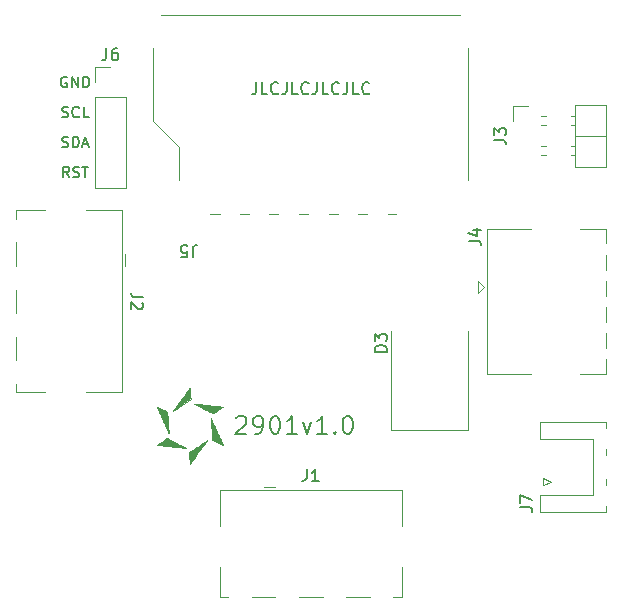
<source format=gbr>
G04 #@! TF.GenerationSoftware,KiCad,Pcbnew,(5.1.4-0-10_14)*
G04 #@! TF.CreationDate,2020-12-07T20:11:59-03:00*
G04 #@! TF.ProjectId,hub_usb_sd,6875625f-7573-4625-9f73-642e6b696361,1.0*
G04 #@! TF.SameCoordinates,Original*
G04 #@! TF.FileFunction,Legend,Top*
G04 #@! TF.FilePolarity,Positive*
%FSLAX46Y46*%
G04 Gerber Fmt 4.6, Leading zero omitted, Abs format (unit mm)*
G04 Created by KiCad (PCBNEW (5.1.4-0-10_14)) date 2020-12-07 20:11:59*
%MOMM*%
%LPD*%
G04 APERTURE LIST*
%ADD10C,0.150000*%
%ADD11C,0.010000*%
%ADD12C,0.120000*%
G04 APERTURE END LIST*
D10*
X123964571Y-79354285D02*
X124093142Y-79397142D01*
X124307428Y-79397142D01*
X124393142Y-79354285D01*
X124436000Y-79311428D01*
X124478857Y-79225714D01*
X124478857Y-79140000D01*
X124436000Y-79054285D01*
X124393142Y-79011428D01*
X124307428Y-78968571D01*
X124136000Y-78925714D01*
X124050285Y-78882857D01*
X124007428Y-78840000D01*
X123964571Y-78754285D01*
X123964571Y-78668571D01*
X124007428Y-78582857D01*
X124050285Y-78540000D01*
X124136000Y-78497142D01*
X124350285Y-78497142D01*
X124478857Y-78540000D01*
X125378857Y-79311428D02*
X125336000Y-79354285D01*
X125207428Y-79397142D01*
X125121714Y-79397142D01*
X124993142Y-79354285D01*
X124907428Y-79268571D01*
X124864571Y-79182857D01*
X124821714Y-79011428D01*
X124821714Y-78882857D01*
X124864571Y-78711428D01*
X124907428Y-78625714D01*
X124993142Y-78540000D01*
X125121714Y-78497142D01*
X125207428Y-78497142D01*
X125336000Y-78540000D01*
X125378857Y-78582857D01*
X126193142Y-79397142D02*
X125764571Y-79397142D01*
X125764571Y-78497142D01*
X123943142Y-81894285D02*
X124071714Y-81937142D01*
X124286000Y-81937142D01*
X124371714Y-81894285D01*
X124414571Y-81851428D01*
X124457428Y-81765714D01*
X124457428Y-81680000D01*
X124414571Y-81594285D01*
X124371714Y-81551428D01*
X124286000Y-81508571D01*
X124114571Y-81465714D01*
X124028857Y-81422857D01*
X123986000Y-81380000D01*
X123943142Y-81294285D01*
X123943142Y-81208571D01*
X123986000Y-81122857D01*
X124028857Y-81080000D01*
X124114571Y-81037142D01*
X124328857Y-81037142D01*
X124457428Y-81080000D01*
X124843142Y-81937142D02*
X124843142Y-81037142D01*
X125057428Y-81037142D01*
X125186000Y-81080000D01*
X125271714Y-81165714D01*
X125314571Y-81251428D01*
X125357428Y-81422857D01*
X125357428Y-81551428D01*
X125314571Y-81722857D01*
X125271714Y-81808571D01*
X125186000Y-81894285D01*
X125057428Y-81937142D01*
X124843142Y-81937142D01*
X125700285Y-81680000D02*
X126128857Y-81680000D01*
X125614571Y-81937142D02*
X125914571Y-81037142D01*
X126214571Y-81937142D01*
X124543142Y-84477142D02*
X124243142Y-84048571D01*
X124028857Y-84477142D02*
X124028857Y-83577142D01*
X124371714Y-83577142D01*
X124457428Y-83620000D01*
X124500285Y-83662857D01*
X124543142Y-83748571D01*
X124543142Y-83877142D01*
X124500285Y-83962857D01*
X124457428Y-84005714D01*
X124371714Y-84048571D01*
X124028857Y-84048571D01*
X124886000Y-84434285D02*
X125014571Y-84477142D01*
X125228857Y-84477142D01*
X125314571Y-84434285D01*
X125357428Y-84391428D01*
X125400285Y-84305714D01*
X125400285Y-84220000D01*
X125357428Y-84134285D01*
X125314571Y-84091428D01*
X125228857Y-84048571D01*
X125057428Y-84005714D01*
X124971714Y-83962857D01*
X124928857Y-83920000D01*
X124886000Y-83834285D01*
X124886000Y-83748571D01*
X124928857Y-83662857D01*
X124971714Y-83620000D01*
X125057428Y-83577142D01*
X125271714Y-83577142D01*
X125400285Y-83620000D01*
X125657428Y-83577142D02*
X126171714Y-83577142D01*
X125914571Y-84477142D02*
X125914571Y-83577142D01*
X124350285Y-76000000D02*
X124264571Y-75957142D01*
X124136000Y-75957142D01*
X124007428Y-76000000D01*
X123921714Y-76085714D01*
X123878857Y-76171428D01*
X123836000Y-76342857D01*
X123836000Y-76471428D01*
X123878857Y-76642857D01*
X123921714Y-76728571D01*
X124007428Y-76814285D01*
X124136000Y-76857142D01*
X124221714Y-76857142D01*
X124350285Y-76814285D01*
X124393142Y-76771428D01*
X124393142Y-76471428D01*
X124221714Y-76471428D01*
X124778857Y-76857142D02*
X124778857Y-75957142D01*
X125293142Y-76857142D01*
X125293142Y-75957142D01*
X125721714Y-76857142D02*
X125721714Y-75957142D01*
X125936000Y-75957142D01*
X126064571Y-76000000D01*
X126150285Y-76085714D01*
X126193142Y-76171428D01*
X126236000Y-76342857D01*
X126236000Y-76471428D01*
X126193142Y-76642857D01*
X126150285Y-76728571D01*
X126064571Y-76814285D01*
X125936000Y-76857142D01*
X125721714Y-76857142D01*
X140380952Y-76452380D02*
X140380952Y-77166666D01*
X140333333Y-77309523D01*
X140238095Y-77404761D01*
X140095238Y-77452380D01*
X140000000Y-77452380D01*
X141333333Y-77452380D02*
X140857142Y-77452380D01*
X140857142Y-76452380D01*
X142238095Y-77357142D02*
X142190476Y-77404761D01*
X142047619Y-77452380D01*
X141952380Y-77452380D01*
X141809523Y-77404761D01*
X141714285Y-77309523D01*
X141666666Y-77214285D01*
X141619047Y-77023809D01*
X141619047Y-76880952D01*
X141666666Y-76690476D01*
X141714285Y-76595238D01*
X141809523Y-76500000D01*
X141952380Y-76452380D01*
X142047619Y-76452380D01*
X142190476Y-76500000D01*
X142238095Y-76547619D01*
X142952380Y-76452380D02*
X142952380Y-77166666D01*
X142904761Y-77309523D01*
X142809523Y-77404761D01*
X142666666Y-77452380D01*
X142571428Y-77452380D01*
X143904761Y-77452380D02*
X143428571Y-77452380D01*
X143428571Y-76452380D01*
X144809523Y-77357142D02*
X144761904Y-77404761D01*
X144619047Y-77452380D01*
X144523809Y-77452380D01*
X144380952Y-77404761D01*
X144285714Y-77309523D01*
X144238095Y-77214285D01*
X144190476Y-77023809D01*
X144190476Y-76880952D01*
X144238095Y-76690476D01*
X144285714Y-76595238D01*
X144380952Y-76500000D01*
X144523809Y-76452380D01*
X144619047Y-76452380D01*
X144761904Y-76500000D01*
X144809523Y-76547619D01*
X145523809Y-76452380D02*
X145523809Y-77166666D01*
X145476190Y-77309523D01*
X145380952Y-77404761D01*
X145238095Y-77452380D01*
X145142857Y-77452380D01*
X146476190Y-77452380D02*
X146000000Y-77452380D01*
X146000000Y-76452380D01*
X147380952Y-77357142D02*
X147333333Y-77404761D01*
X147190476Y-77452380D01*
X147095238Y-77452380D01*
X146952380Y-77404761D01*
X146857142Y-77309523D01*
X146809523Y-77214285D01*
X146761904Y-77023809D01*
X146761904Y-76880952D01*
X146809523Y-76690476D01*
X146857142Y-76595238D01*
X146952380Y-76500000D01*
X147095238Y-76452380D01*
X147190476Y-76452380D01*
X147333333Y-76500000D01*
X147380952Y-76547619D01*
X148095238Y-76452380D02*
X148095238Y-77166666D01*
X148047619Y-77309523D01*
X147952380Y-77404761D01*
X147809523Y-77452380D01*
X147714285Y-77452380D01*
X149047619Y-77452380D02*
X148571428Y-77452380D01*
X148571428Y-76452380D01*
X149952380Y-77357142D02*
X149904761Y-77404761D01*
X149761904Y-77452380D01*
X149666666Y-77452380D01*
X149523809Y-77404761D01*
X149428571Y-77309523D01*
X149380952Y-77214285D01*
X149333333Y-77023809D01*
X149333333Y-76880952D01*
X149380952Y-76690476D01*
X149428571Y-76595238D01*
X149523809Y-76500000D01*
X149666666Y-76452380D01*
X149761904Y-76452380D01*
X149904761Y-76500000D01*
X149952380Y-76547619D01*
D11*
G36*
X134763648Y-102312385D02*
G01*
X134764582Y-102333265D01*
X134764584Y-102336315D01*
X134765273Y-102355425D01*
X134767220Y-102392795D01*
X134770239Y-102445565D01*
X134774146Y-102510878D01*
X134778758Y-102585875D01*
X134783890Y-102667698D01*
X134789358Y-102753488D01*
X134794977Y-102840387D01*
X134800564Y-102925537D01*
X134805935Y-103006080D01*
X134810905Y-103079156D01*
X134815290Y-103141909D01*
X134818907Y-103191478D01*
X134821570Y-103225006D01*
X134822453Y-103234536D01*
X134828076Y-103289281D01*
X134066080Y-103798480D01*
X133952001Y-103874653D01*
X133843096Y-103947257D01*
X133740627Y-104015455D01*
X133645861Y-104078412D01*
X133560061Y-104135291D01*
X133484493Y-104185255D01*
X133420420Y-104227468D01*
X133369108Y-104261094D01*
X133331822Y-104285296D01*
X133309825Y-104299238D01*
X133304084Y-104302431D01*
X133310169Y-104293226D01*
X133327792Y-104268234D01*
X133356003Y-104228760D01*
X133393855Y-104176106D01*
X133440396Y-104111578D01*
X133494679Y-104036480D01*
X133555754Y-103952116D01*
X133622673Y-103859790D01*
X133694485Y-103760806D01*
X133770243Y-103656468D01*
X133848996Y-103548081D01*
X133929796Y-103436949D01*
X134011694Y-103324376D01*
X134093740Y-103211665D01*
X134174986Y-103100122D01*
X134254482Y-102991051D01*
X134331279Y-102885755D01*
X134404429Y-102785538D01*
X134472981Y-102691706D01*
X134535988Y-102605562D01*
X134592499Y-102528409D01*
X134641566Y-102461554D01*
X134682240Y-102406299D01*
X134713572Y-102363948D01*
X134734612Y-102335807D01*
X134744411Y-102323179D01*
X134744720Y-102322836D01*
X134758320Y-102309786D01*
X134763648Y-102312385D01*
X134763648Y-102312385D01*
G37*
X134763648Y-102312385D02*
X134764582Y-102333265D01*
X134764584Y-102336315D01*
X134765273Y-102355425D01*
X134767220Y-102392795D01*
X134770239Y-102445565D01*
X134774146Y-102510878D01*
X134778758Y-102585875D01*
X134783890Y-102667698D01*
X134789358Y-102753488D01*
X134794977Y-102840387D01*
X134800564Y-102925537D01*
X134805935Y-103006080D01*
X134810905Y-103079156D01*
X134815290Y-103141909D01*
X134818907Y-103191478D01*
X134821570Y-103225006D01*
X134822453Y-103234536D01*
X134828076Y-103289281D01*
X134066080Y-103798480D01*
X133952001Y-103874653D01*
X133843096Y-103947257D01*
X133740627Y-104015455D01*
X133645861Y-104078412D01*
X133560061Y-104135291D01*
X133484493Y-104185255D01*
X133420420Y-104227468D01*
X133369108Y-104261094D01*
X133331822Y-104285296D01*
X133309825Y-104299238D01*
X133304084Y-104302431D01*
X133310169Y-104293226D01*
X133327792Y-104268234D01*
X133356003Y-104228760D01*
X133393855Y-104176106D01*
X133440396Y-104111578D01*
X133494679Y-104036480D01*
X133555754Y-103952116D01*
X133622673Y-103859790D01*
X133694485Y-103760806D01*
X133770243Y-103656468D01*
X133848996Y-103548081D01*
X133929796Y-103436949D01*
X134011694Y-103324376D01*
X134093740Y-103211665D01*
X134174986Y-103100122D01*
X134254482Y-102991051D01*
X134331279Y-102885755D01*
X134404429Y-102785538D01*
X134472981Y-102691706D01*
X134535988Y-102605562D01*
X134592499Y-102528409D01*
X134641566Y-102461554D01*
X134682240Y-102406299D01*
X134713572Y-102363948D01*
X134734612Y-102335807D01*
X134744411Y-102323179D01*
X134744720Y-102322836D01*
X134758320Y-102309786D01*
X134763648Y-102312385D01*
G36*
X135124159Y-103658367D02*
G01*
X135127472Y-103658693D01*
X135422027Y-103689877D01*
X135695863Y-103718893D01*
X135949312Y-103745777D01*
X136182706Y-103770564D01*
X136396377Y-103793290D01*
X136590657Y-103813990D01*
X136765880Y-103832701D01*
X136922376Y-103849458D01*
X137060479Y-103864296D01*
X137180520Y-103877251D01*
X137282831Y-103888359D01*
X137367746Y-103897656D01*
X137435596Y-103905177D01*
X137486713Y-103910958D01*
X137521429Y-103915034D01*
X137540078Y-103917442D01*
X137543741Y-103918130D01*
X137536240Y-103924704D01*
X137513164Y-103941510D01*
X137476616Y-103967142D01*
X137428699Y-104000190D01*
X137371516Y-104039246D01*
X137307169Y-104082901D01*
X137237761Y-104129748D01*
X137165396Y-104178378D01*
X137092176Y-104227382D01*
X137020203Y-104275352D01*
X136951581Y-104320880D01*
X136888413Y-104362557D01*
X136832801Y-104398975D01*
X136786848Y-104428725D01*
X136752657Y-104450400D01*
X136732331Y-104462589D01*
X136727586Y-104464765D01*
X136716736Y-104460042D01*
X136688319Y-104446608D01*
X136643737Y-104425147D01*
X136584389Y-104396345D01*
X136511676Y-104360886D01*
X136426999Y-104319455D01*
X136331757Y-104272738D01*
X136227352Y-104221419D01*
X136115184Y-104166183D01*
X135996654Y-104107715D01*
X135910674Y-104065244D01*
X135788617Y-104004883D01*
X135672049Y-103947167D01*
X135562361Y-103892788D01*
X135460945Y-103842438D01*
X135369189Y-103796812D01*
X135288485Y-103756600D01*
X135220223Y-103722497D01*
X135165794Y-103695193D01*
X135126589Y-103675383D01*
X135103998Y-103663759D01*
X135098812Y-103660861D01*
X135104124Y-103657924D01*
X135124159Y-103658367D01*
X135124159Y-103658367D01*
G37*
X135124159Y-103658367D02*
X135127472Y-103658693D01*
X135422027Y-103689877D01*
X135695863Y-103718893D01*
X135949312Y-103745777D01*
X136182706Y-103770564D01*
X136396377Y-103793290D01*
X136590657Y-103813990D01*
X136765880Y-103832701D01*
X136922376Y-103849458D01*
X137060479Y-103864296D01*
X137180520Y-103877251D01*
X137282831Y-103888359D01*
X137367746Y-103897656D01*
X137435596Y-103905177D01*
X137486713Y-103910958D01*
X137521429Y-103915034D01*
X137540078Y-103917442D01*
X137543741Y-103918130D01*
X137536240Y-103924704D01*
X137513164Y-103941510D01*
X137476616Y-103967142D01*
X137428699Y-104000190D01*
X137371516Y-104039246D01*
X137307169Y-104082901D01*
X137237761Y-104129748D01*
X137165396Y-104178378D01*
X137092176Y-104227382D01*
X137020203Y-104275352D01*
X136951581Y-104320880D01*
X136888413Y-104362557D01*
X136832801Y-104398975D01*
X136786848Y-104428725D01*
X136752657Y-104450400D01*
X136732331Y-104462589D01*
X136727586Y-104464765D01*
X136716736Y-104460042D01*
X136688319Y-104446608D01*
X136643737Y-104425147D01*
X136584389Y-104396345D01*
X136511676Y-104360886D01*
X136426999Y-104319455D01*
X136331757Y-104272738D01*
X136227352Y-104221419D01*
X136115184Y-104166183D01*
X135996654Y-104107715D01*
X135910674Y-104065244D01*
X135788617Y-104004883D01*
X135672049Y-103947167D01*
X135562361Y-103892788D01*
X135460945Y-103842438D01*
X135369189Y-103796812D01*
X135288485Y-103756600D01*
X135220223Y-103722497D01*
X135165794Y-103695193D01*
X135126589Y-103675383D01*
X135103998Y-103663759D01*
X135098812Y-103660861D01*
X135104124Y-103657924D01*
X135124159Y-103658367D01*
G36*
X131982539Y-103929054D02*
G01*
X132008799Y-103940684D01*
X132049458Y-103959466D01*
X132102225Y-103984287D01*
X132164811Y-104014037D01*
X132234927Y-104047605D01*
X132310281Y-104083880D01*
X132388585Y-104121749D01*
X132467549Y-104160103D01*
X132544882Y-104197830D01*
X132618296Y-104233818D01*
X132685500Y-104266958D01*
X132744205Y-104296136D01*
X132792120Y-104320243D01*
X132826957Y-104338166D01*
X132846424Y-104348795D01*
X132849772Y-104351184D01*
X132850856Y-104363216D01*
X132853178Y-104394371D01*
X132856613Y-104442788D01*
X132861040Y-104506602D01*
X132866334Y-104583951D01*
X132872372Y-104672970D01*
X132879032Y-104771796D01*
X132886190Y-104878565D01*
X132893723Y-104991416D01*
X132901508Y-105108483D01*
X132909421Y-105227904D01*
X132917340Y-105347815D01*
X132925142Y-105466352D01*
X132932703Y-105581654D01*
X132939900Y-105691855D01*
X132946610Y-105795092D01*
X132952710Y-105889503D01*
X132958077Y-105973223D01*
X132962587Y-106044390D01*
X132966118Y-106101140D01*
X132968546Y-106141609D01*
X132969748Y-106163934D01*
X132969831Y-106167844D01*
X132963541Y-106162853D01*
X132956292Y-106151141D01*
X132948794Y-106135484D01*
X132933646Y-106102405D01*
X132911499Y-106053383D01*
X132883008Y-105989897D01*
X132848826Y-105913425D01*
X132809605Y-105825445D01*
X132766000Y-105727435D01*
X132718662Y-105620874D01*
X132668246Y-105507240D01*
X132615405Y-105388012D01*
X132560791Y-105264666D01*
X132505058Y-105138683D01*
X132448859Y-105011540D01*
X132392848Y-104884716D01*
X132337677Y-104759688D01*
X132283999Y-104637935D01*
X132232469Y-104520936D01*
X132183738Y-104410168D01*
X132138461Y-104307110D01*
X132097290Y-104213240D01*
X132060879Y-104130037D01*
X132029880Y-104058979D01*
X132004948Y-104001543D01*
X131986734Y-103959209D01*
X131975893Y-103933455D01*
X131972967Y-103925686D01*
X131982539Y-103929054D01*
X131982539Y-103929054D01*
G37*
X131982539Y-103929054D02*
X132008799Y-103940684D01*
X132049458Y-103959466D01*
X132102225Y-103984287D01*
X132164811Y-104014037D01*
X132234927Y-104047605D01*
X132310281Y-104083880D01*
X132388585Y-104121749D01*
X132467549Y-104160103D01*
X132544882Y-104197830D01*
X132618296Y-104233818D01*
X132685500Y-104266958D01*
X132744205Y-104296136D01*
X132792120Y-104320243D01*
X132826957Y-104338166D01*
X132846424Y-104348795D01*
X132849772Y-104351184D01*
X132850856Y-104363216D01*
X132853178Y-104394371D01*
X132856613Y-104442788D01*
X132861040Y-104506602D01*
X132866334Y-104583951D01*
X132872372Y-104672970D01*
X132879032Y-104771796D01*
X132886190Y-104878565D01*
X132893723Y-104991416D01*
X132901508Y-105108483D01*
X132909421Y-105227904D01*
X132917340Y-105347815D01*
X132925142Y-105466352D01*
X132932703Y-105581654D01*
X132939900Y-105691855D01*
X132946610Y-105795092D01*
X132952710Y-105889503D01*
X132958077Y-105973223D01*
X132962587Y-106044390D01*
X132966118Y-106101140D01*
X132968546Y-106141609D01*
X132969748Y-106163934D01*
X132969831Y-106167844D01*
X132963541Y-106162853D01*
X132956292Y-106151141D01*
X132948794Y-106135484D01*
X132933646Y-106102405D01*
X132911499Y-106053383D01*
X132883008Y-105989897D01*
X132848826Y-105913425D01*
X132809605Y-105825445D01*
X132766000Y-105727435D01*
X132718662Y-105620874D01*
X132668246Y-105507240D01*
X132615405Y-105388012D01*
X132560791Y-105264666D01*
X132505058Y-105138683D01*
X132448859Y-105011540D01*
X132392848Y-104884716D01*
X132337677Y-104759688D01*
X132283999Y-104637935D01*
X132232469Y-104520936D01*
X132183738Y-104410168D01*
X132138461Y-104307110D01*
X132097290Y-104213240D01*
X132060879Y-104130037D01*
X132029880Y-104058979D01*
X132004948Y-104001543D01*
X131986734Y-103959209D01*
X131975893Y-103933455D01*
X131972967Y-103925686D01*
X131982539Y-103929054D01*
G36*
X136539985Y-104901715D02*
G01*
X136552739Y-104928478D01*
X136572868Y-104971616D01*
X136599710Y-105029668D01*
X136632602Y-105101175D01*
X136670881Y-105184674D01*
X136713885Y-105278706D01*
X136760951Y-105381810D01*
X136811418Y-105492526D01*
X136864622Y-105609393D01*
X136919900Y-105730950D01*
X136976592Y-105855737D01*
X137034033Y-105982293D01*
X137091561Y-106109158D01*
X137148514Y-106234871D01*
X137204230Y-106357972D01*
X137258045Y-106477000D01*
X137309298Y-106590494D01*
X137357326Y-106696995D01*
X137401465Y-106795040D01*
X137441055Y-106883171D01*
X137475432Y-106959926D01*
X137503933Y-107023844D01*
X137525897Y-107073466D01*
X137540660Y-107107330D01*
X137547561Y-107123976D01*
X137548000Y-107125426D01*
X137540429Y-107131881D01*
X137540063Y-107131851D01*
X137529203Y-107127190D01*
X137501253Y-107114168D01*
X137458143Y-107093711D01*
X137401804Y-107066746D01*
X137334165Y-107034199D01*
X137257158Y-106996995D01*
X137172713Y-106956062D01*
X137097839Y-106919666D01*
X136663552Y-106708298D01*
X136597340Y-105802612D01*
X136587422Y-105666255D01*
X136578049Y-105536032D01*
X136569325Y-105413476D01*
X136561354Y-105300124D01*
X136554243Y-105197510D01*
X136548094Y-105107167D01*
X136543014Y-105030632D01*
X136539107Y-104969439D01*
X136536477Y-104925122D01*
X136535229Y-104899217D01*
X136535269Y-104892787D01*
X136539985Y-104901715D01*
X136539985Y-104901715D01*
G37*
X136539985Y-104901715D02*
X136552739Y-104928478D01*
X136572868Y-104971616D01*
X136599710Y-105029668D01*
X136632602Y-105101175D01*
X136670881Y-105184674D01*
X136713885Y-105278706D01*
X136760951Y-105381810D01*
X136811418Y-105492526D01*
X136864622Y-105609393D01*
X136919900Y-105730950D01*
X136976592Y-105855737D01*
X137034033Y-105982293D01*
X137091561Y-106109158D01*
X137148514Y-106234871D01*
X137204230Y-106357972D01*
X137258045Y-106477000D01*
X137309298Y-106590494D01*
X137357326Y-106696995D01*
X137401465Y-106795040D01*
X137441055Y-106883171D01*
X137475432Y-106959926D01*
X137503933Y-107023844D01*
X137525897Y-107073466D01*
X137540660Y-107107330D01*
X137547561Y-107123976D01*
X137548000Y-107125426D01*
X137540429Y-107131881D01*
X137540063Y-107131851D01*
X137529203Y-107127190D01*
X137501253Y-107114168D01*
X137458143Y-107093711D01*
X137401804Y-107066746D01*
X137334165Y-107034199D01*
X137257158Y-106996995D01*
X137172713Y-106956062D01*
X137097839Y-106919666D01*
X136663552Y-106708298D01*
X136597340Y-105802612D01*
X136587422Y-105666255D01*
X136578049Y-105536032D01*
X136569325Y-105413476D01*
X136561354Y-105300124D01*
X136554243Y-105197510D01*
X136548094Y-105107167D01*
X136543014Y-105030632D01*
X136539107Y-104969439D01*
X136536477Y-104925122D01*
X136535229Y-104899217D01*
X136535269Y-104892787D01*
X136539985Y-104901715D01*
G36*
X133597556Y-106989596D02*
G01*
X133745602Y-107062478D01*
X133875696Y-107126586D01*
X133988896Y-107182458D01*
X134086258Y-107230628D01*
X134168841Y-107271633D01*
X134237701Y-107306009D01*
X134293897Y-107334292D01*
X134338485Y-107357018D01*
X134372523Y-107374724D01*
X134397069Y-107387944D01*
X134413181Y-107397215D01*
X134421914Y-107403074D01*
X134424328Y-107406056D01*
X134421479Y-107406697D01*
X134420096Y-107406558D01*
X134408460Y-107405285D01*
X134377108Y-107401900D01*
X134327371Y-107396545D01*
X134260578Y-107389364D01*
X134178059Y-107380499D01*
X134081146Y-107370092D01*
X133971168Y-107358288D01*
X133849455Y-107345227D01*
X133717338Y-107331055D01*
X133576147Y-107315912D01*
X133427212Y-107299942D01*
X133271863Y-107283288D01*
X133203250Y-107275933D01*
X133045416Y-107258986D01*
X132893338Y-107242597D01*
X132748356Y-107226916D01*
X132611808Y-107212088D01*
X132485031Y-107198262D01*
X132369366Y-107185584D01*
X132266149Y-107174202D01*
X132176719Y-107164263D01*
X132102416Y-107155915D01*
X132044577Y-107149304D01*
X132004540Y-107144579D01*
X131983645Y-107141886D01*
X131980890Y-107141394D01*
X131985934Y-107134564D01*
X132007478Y-107117074D01*
X132044274Y-107089804D01*
X132095077Y-107053633D01*
X132158641Y-107009441D01*
X132233721Y-106958108D01*
X132319071Y-106900513D01*
X132375196Y-106862980D01*
X132785070Y-106589755D01*
X133597556Y-106989596D01*
X133597556Y-106989596D01*
G37*
X133597556Y-106989596D02*
X133745602Y-107062478D01*
X133875696Y-107126586D01*
X133988896Y-107182458D01*
X134086258Y-107230628D01*
X134168841Y-107271633D01*
X134237701Y-107306009D01*
X134293897Y-107334292D01*
X134338485Y-107357018D01*
X134372523Y-107374724D01*
X134397069Y-107387944D01*
X134413181Y-107397215D01*
X134421914Y-107403074D01*
X134424328Y-107406056D01*
X134421479Y-107406697D01*
X134420096Y-107406558D01*
X134408460Y-107405285D01*
X134377108Y-107401900D01*
X134327371Y-107396545D01*
X134260578Y-107389364D01*
X134178059Y-107380499D01*
X134081146Y-107370092D01*
X133971168Y-107358288D01*
X133849455Y-107345227D01*
X133717338Y-107331055D01*
X133576147Y-107315912D01*
X133427212Y-107299942D01*
X133271863Y-107283288D01*
X133203250Y-107275933D01*
X133045416Y-107258986D01*
X132893338Y-107242597D01*
X132748356Y-107226916D01*
X132611808Y-107212088D01*
X132485031Y-107198262D01*
X132369366Y-107185584D01*
X132266149Y-107174202D01*
X132176719Y-107164263D01*
X132102416Y-107155915D01*
X132044577Y-107149304D01*
X132004540Y-107144579D01*
X131983645Y-107141886D01*
X131980890Y-107141394D01*
X131985934Y-107134564D01*
X132007478Y-107117074D01*
X132044274Y-107089804D01*
X132095077Y-107053633D01*
X132158641Y-107009441D01*
X132233721Y-106958108D01*
X132319071Y-106900513D01*
X132375196Y-106862980D01*
X132785070Y-106589755D01*
X133597556Y-106989596D01*
G36*
X136208630Y-106763187D02*
G01*
X136200519Y-106774812D01*
X136180957Y-106802124D01*
X136150904Y-106843805D01*
X136111318Y-106898540D01*
X136063156Y-106965013D01*
X136007378Y-107041907D01*
X135944942Y-107127905D01*
X135876806Y-107221692D01*
X135803930Y-107321950D01*
X135727271Y-107427365D01*
X135647788Y-107536618D01*
X135566440Y-107648395D01*
X135484184Y-107761379D01*
X135401980Y-107874252D01*
X135320786Y-107985700D01*
X135241560Y-108094406D01*
X135165262Y-108199052D01*
X135092848Y-108298324D01*
X135025279Y-108390905D01*
X134963511Y-108475477D01*
X134908505Y-108550726D01*
X134861218Y-108615335D01*
X134822609Y-108667987D01*
X134793636Y-108707366D01*
X134775258Y-108732155D01*
X134768521Y-108740956D01*
X134756815Y-108749041D01*
X134754000Y-108744486D01*
X134753313Y-108731748D01*
X134751348Y-108700071D01*
X134748246Y-108651637D01*
X134744149Y-108588624D01*
X134739201Y-108513215D01*
X134733543Y-108427589D01*
X134727318Y-108333927D01*
X134722250Y-108258034D01*
X134715693Y-108159888D01*
X134709594Y-108068274D01*
X134704093Y-107985344D01*
X134699333Y-107913253D01*
X134695455Y-107854153D01*
X134692602Y-107810198D01*
X134690915Y-107783539D01*
X134690500Y-107776146D01*
X134699035Y-107769662D01*
X134723610Y-107752440D01*
X134762676Y-107725523D01*
X134814686Y-107689954D01*
X134878095Y-107646775D01*
X134951354Y-107597029D01*
X135032916Y-107541757D01*
X135121234Y-107482003D01*
X135214762Y-107418808D01*
X135311951Y-107353215D01*
X135411255Y-107286267D01*
X135511127Y-107219005D01*
X135610020Y-107152473D01*
X135706385Y-107087712D01*
X135798678Y-107025765D01*
X135885349Y-106967674D01*
X135964852Y-106914482D01*
X136035641Y-106867231D01*
X136096167Y-106826963D01*
X136144884Y-106794722D01*
X136180244Y-106771548D01*
X136200701Y-106758486D01*
X136202906Y-106757155D01*
X136212573Y-106753841D01*
X136208630Y-106763187D01*
X136208630Y-106763187D01*
G37*
X136208630Y-106763187D02*
X136200519Y-106774812D01*
X136180957Y-106802124D01*
X136150904Y-106843805D01*
X136111318Y-106898540D01*
X136063156Y-106965013D01*
X136007378Y-107041907D01*
X135944942Y-107127905D01*
X135876806Y-107221692D01*
X135803930Y-107321950D01*
X135727271Y-107427365D01*
X135647788Y-107536618D01*
X135566440Y-107648395D01*
X135484184Y-107761379D01*
X135401980Y-107874252D01*
X135320786Y-107985700D01*
X135241560Y-108094406D01*
X135165262Y-108199052D01*
X135092848Y-108298324D01*
X135025279Y-108390905D01*
X134963511Y-108475477D01*
X134908505Y-108550726D01*
X134861218Y-108615335D01*
X134822609Y-108667987D01*
X134793636Y-108707366D01*
X134775258Y-108732155D01*
X134768521Y-108740956D01*
X134756815Y-108749041D01*
X134754000Y-108744486D01*
X134753313Y-108731748D01*
X134751348Y-108700071D01*
X134748246Y-108651637D01*
X134744149Y-108588624D01*
X134739201Y-108513215D01*
X134733543Y-108427589D01*
X134727318Y-108333927D01*
X134722250Y-108258034D01*
X134715693Y-108159888D01*
X134709594Y-108068274D01*
X134704093Y-107985344D01*
X134699333Y-107913253D01*
X134695455Y-107854153D01*
X134692602Y-107810198D01*
X134690915Y-107783539D01*
X134690500Y-107776146D01*
X134699035Y-107769662D01*
X134723610Y-107752440D01*
X134762676Y-107725523D01*
X134814686Y-107689954D01*
X134878095Y-107646775D01*
X134951354Y-107597029D01*
X135032916Y-107541757D01*
X135121234Y-107482003D01*
X135214762Y-107418808D01*
X135311951Y-107353215D01*
X135411255Y-107286267D01*
X135511127Y-107219005D01*
X135610020Y-107152473D01*
X135706385Y-107087712D01*
X135798678Y-107025765D01*
X135885349Y-106967674D01*
X135964852Y-106914482D01*
X136035641Y-106867231D01*
X136096167Y-106826963D01*
X136144884Y-106794722D01*
X136180244Y-106771548D01*
X136200701Y-106758486D01*
X136202906Y-106757155D01*
X136212573Y-106753841D01*
X136208630Y-106763187D01*
D12*
X152200000Y-87561000D02*
X151500000Y-87561000D01*
X149800000Y-87561000D02*
X149000000Y-87561000D01*
X147300000Y-87561000D02*
X146500000Y-87561000D01*
X144800000Y-87561000D02*
X144000000Y-87561000D01*
X142200000Y-87561000D02*
X141500000Y-87561000D01*
X139800000Y-87561000D02*
X139000000Y-87561000D01*
X137300000Y-87561000D02*
X136500000Y-87561000D01*
X132350000Y-70761000D02*
X157650000Y-70761000D01*
X158350000Y-84750000D02*
X158350000Y-73572100D01*
X131650000Y-79761000D02*
X131650000Y-73572100D01*
X133850000Y-81961000D02*
X131650000Y-79761000D01*
X133850000Y-84750000D02*
X133850000Y-81961000D01*
X170000000Y-99910000D02*
X170000000Y-101160000D01*
X170000000Y-97696000D02*
X170000000Y-98946000D01*
X170000000Y-95482000D02*
X170000000Y-96732000D01*
X170000000Y-93268000D02*
X170000000Y-94518000D01*
X170000000Y-91054000D02*
X170000000Y-92304000D01*
X163670000Y-88840000D02*
X159890000Y-88840000D01*
X159890000Y-88840000D02*
X159890000Y-101160000D01*
X159890000Y-101160000D02*
X163670000Y-101160000D01*
X167770000Y-88840000D02*
X170000000Y-88840000D01*
X170000000Y-101160000D02*
X167770000Y-101160000D01*
X159670000Y-93750000D02*
X159170000Y-93250000D01*
X159170000Y-93250000D02*
X159170000Y-94250000D01*
X159170000Y-94250000D02*
X159670000Y-93750000D01*
X170000000Y-88840000D02*
X170000000Y-90090000D01*
X151828000Y-105877000D02*
X151828000Y-97477000D01*
X158328000Y-105877000D02*
X158328000Y-97477000D01*
X158328000Y-105877000D02*
X151828000Y-105877000D01*
X129250000Y-91000000D02*
X129250000Y-92000000D01*
X122500000Y-87300000D02*
X120000000Y-87300000D01*
X129000000Y-87300000D02*
X126000000Y-87300000D01*
X129000000Y-102700000D02*
X129000000Y-87300000D01*
X126000000Y-102700000D02*
X129000000Y-102700000D01*
X120000000Y-102700000D02*
X122500000Y-102700000D01*
X120000000Y-87300000D02*
X120000000Y-88000000D01*
X120000000Y-102000000D02*
X120000000Y-102700000D01*
X120000000Y-90000000D02*
X120000000Y-92000000D01*
X120000000Y-94000000D02*
X120000000Y-96000000D01*
X120000000Y-98000000D02*
X120000000Y-100000000D01*
X164700000Y-109960000D02*
X165300000Y-110260000D01*
X164700000Y-110560000D02*
X164700000Y-109960000D01*
X165300000Y-110260000D02*
X164700000Y-110560000D01*
X170000000Y-107510000D02*
X170000000Y-108010000D01*
X170000000Y-105700000D02*
X170000000Y-105200000D01*
X170000000Y-110010000D02*
X170000000Y-110510000D01*
X170000000Y-112820000D02*
X170000000Y-112320000D01*
X168890000Y-106620000D02*
X168890000Y-109010000D01*
X164390000Y-106620000D02*
X168890000Y-106620000D01*
X164390000Y-105200000D02*
X164390000Y-106620000D01*
X170000000Y-105200000D02*
X164390000Y-105200000D01*
X168890000Y-111400000D02*
X168890000Y-109010000D01*
X164390000Y-111400000D02*
X168890000Y-111400000D01*
X164390000Y-112820000D02*
X164390000Y-111400000D01*
X170000000Y-112820000D02*
X164390000Y-112820000D01*
X126706000Y-85400000D02*
X129366000Y-85400000D01*
X126706000Y-77720000D02*
X126706000Y-85400000D01*
X129366000Y-77720000D02*
X129366000Y-85400000D01*
X126706000Y-77720000D02*
X129366000Y-77720000D01*
X126706000Y-76450000D02*
X126706000Y-75120000D01*
X126706000Y-75120000D02*
X128036000Y-75120000D01*
X141000000Y-110750000D02*
X142000000Y-110750000D01*
X137300000Y-117500000D02*
X137300000Y-120000000D01*
X137300000Y-111000000D02*
X137300000Y-114000000D01*
X152700000Y-111000000D02*
X137300000Y-111000000D01*
X152700000Y-114000000D02*
X152700000Y-111000000D01*
X152700000Y-120000000D02*
X152700000Y-117500000D01*
X137300000Y-120000000D02*
X138000000Y-120000000D01*
X152000000Y-120000000D02*
X152700000Y-120000000D01*
X140000000Y-120000000D02*
X142000000Y-120000000D01*
X144000000Y-120000000D02*
X146000000Y-120000000D01*
X148000000Y-120000000D02*
X150000000Y-120000000D01*
X167400000Y-78390000D02*
X167400000Y-83590000D01*
X167400000Y-83590000D02*
X170000000Y-83590000D01*
X170000000Y-83590000D02*
X170000000Y-78390000D01*
X170000000Y-78390000D02*
X167400000Y-78390000D01*
X167002929Y-79340000D02*
X167400000Y-79340000D01*
X167002929Y-80100000D02*
X167400000Y-80100000D01*
X164530000Y-79340000D02*
X164917071Y-79340000D01*
X164530000Y-80100000D02*
X164917071Y-80100000D01*
X167400000Y-80990000D02*
X170000000Y-80990000D01*
X167002929Y-81880000D02*
X167400000Y-81880000D01*
X167002929Y-82640000D02*
X167400000Y-82640000D01*
X164462929Y-81880000D02*
X164917071Y-81880000D01*
X164462929Y-82640000D02*
X164917071Y-82640000D01*
X162150000Y-79720000D02*
X162150000Y-78450000D01*
X162150000Y-78450000D02*
X163420000Y-78450000D01*
D10*
X138693214Y-104845428D02*
X138764642Y-104774000D01*
X138907500Y-104702571D01*
X139264642Y-104702571D01*
X139407500Y-104774000D01*
X139478928Y-104845428D01*
X139550357Y-104988285D01*
X139550357Y-105131142D01*
X139478928Y-105345428D01*
X138621785Y-106202571D01*
X139550357Y-106202571D01*
X140264642Y-106202571D02*
X140550357Y-106202571D01*
X140693214Y-106131142D01*
X140764642Y-106059714D01*
X140907500Y-105845428D01*
X140978928Y-105559714D01*
X140978928Y-104988285D01*
X140907500Y-104845428D01*
X140836071Y-104774000D01*
X140693214Y-104702571D01*
X140407500Y-104702571D01*
X140264642Y-104774000D01*
X140193214Y-104845428D01*
X140121785Y-104988285D01*
X140121785Y-105345428D01*
X140193214Y-105488285D01*
X140264642Y-105559714D01*
X140407500Y-105631142D01*
X140693214Y-105631142D01*
X140836071Y-105559714D01*
X140907500Y-105488285D01*
X140978928Y-105345428D01*
X141907500Y-104702571D02*
X142050357Y-104702571D01*
X142193214Y-104774000D01*
X142264642Y-104845428D01*
X142336071Y-104988285D01*
X142407500Y-105274000D01*
X142407500Y-105631142D01*
X142336071Y-105916857D01*
X142264642Y-106059714D01*
X142193214Y-106131142D01*
X142050357Y-106202571D01*
X141907500Y-106202571D01*
X141764642Y-106131142D01*
X141693214Y-106059714D01*
X141621785Y-105916857D01*
X141550357Y-105631142D01*
X141550357Y-105274000D01*
X141621785Y-104988285D01*
X141693214Y-104845428D01*
X141764642Y-104774000D01*
X141907500Y-104702571D01*
X143836071Y-106202571D02*
X142978928Y-106202571D01*
X143407500Y-106202571D02*
X143407500Y-104702571D01*
X143264642Y-104916857D01*
X143121785Y-105059714D01*
X142978928Y-105131142D01*
X144336071Y-105202571D02*
X144693214Y-106202571D01*
X145050357Y-105202571D01*
X146407500Y-106202571D02*
X145550357Y-106202571D01*
X145978928Y-106202571D02*
X145978928Y-104702571D01*
X145836071Y-104916857D01*
X145693214Y-105059714D01*
X145550357Y-105131142D01*
X147050357Y-106059714D02*
X147121785Y-106131142D01*
X147050357Y-106202571D01*
X146978928Y-106131142D01*
X147050357Y-106059714D01*
X147050357Y-106202571D01*
X148050357Y-104702571D02*
X148193214Y-104702571D01*
X148336071Y-104774000D01*
X148407500Y-104845428D01*
X148478928Y-104988285D01*
X148550357Y-105274000D01*
X148550357Y-105631142D01*
X148478928Y-105916857D01*
X148407500Y-106059714D01*
X148336071Y-106131142D01*
X148193214Y-106202571D01*
X148050357Y-106202571D01*
X147907500Y-106131142D01*
X147836071Y-106059714D01*
X147764642Y-105916857D01*
X147693214Y-105631142D01*
X147693214Y-105274000D01*
X147764642Y-104988285D01*
X147836071Y-104845428D01*
X147907500Y-104774000D01*
X148050357Y-104702571D01*
X134985333Y-91247619D02*
X134985333Y-90533333D01*
X135032952Y-90390476D01*
X135128190Y-90295238D01*
X135271047Y-90247619D01*
X135366285Y-90247619D01*
X134032952Y-91247619D02*
X134509142Y-91247619D01*
X134556761Y-90771428D01*
X134509142Y-90819047D01*
X134413904Y-90866666D01*
X134175809Y-90866666D01*
X134080571Y-90819047D01*
X134032952Y-90771428D01*
X133985333Y-90676190D01*
X133985333Y-90438095D01*
X134032952Y-90342857D01*
X134080571Y-90295238D01*
X134175809Y-90247619D01*
X134413904Y-90247619D01*
X134509142Y-90295238D01*
X134556761Y-90342857D01*
X158385380Y-89854233D02*
X159099666Y-89854233D01*
X159242523Y-89901852D01*
X159337761Y-89997090D01*
X159385380Y-90139947D01*
X159385380Y-90235185D01*
X158718714Y-88949471D02*
X159385380Y-88949471D01*
X158337761Y-89187566D02*
X159052047Y-89425661D01*
X159052047Y-88806614D01*
X151430380Y-99267095D02*
X150430380Y-99267095D01*
X150430380Y-99029000D01*
X150478000Y-98886142D01*
X150573238Y-98790904D01*
X150668476Y-98743285D01*
X150858952Y-98695666D01*
X151001809Y-98695666D01*
X151192285Y-98743285D01*
X151287523Y-98790904D01*
X151382761Y-98886142D01*
X151430380Y-99029000D01*
X151430380Y-99267095D01*
X150430380Y-98362333D02*
X150430380Y-97743285D01*
X150811333Y-98076619D01*
X150811333Y-97933761D01*
X150858952Y-97838523D01*
X150906571Y-97790904D01*
X151001809Y-97743285D01*
X151239904Y-97743285D01*
X151335142Y-97790904D01*
X151382761Y-97838523D01*
X151430380Y-97933761D01*
X151430380Y-98219476D01*
X151382761Y-98314714D01*
X151335142Y-98362333D01*
X130797619Y-94666666D02*
X130083333Y-94666666D01*
X129940476Y-94619047D01*
X129845238Y-94523809D01*
X129797619Y-94380952D01*
X129797619Y-94285714D01*
X130702380Y-95095238D02*
X130750000Y-95142857D01*
X130797619Y-95238095D01*
X130797619Y-95476190D01*
X130750000Y-95571428D01*
X130702380Y-95619047D01*
X130607142Y-95666666D01*
X130511904Y-95666666D01*
X130369047Y-95619047D01*
X129797619Y-95047619D01*
X129797619Y-95666666D01*
X162752380Y-112423333D02*
X163466666Y-112423333D01*
X163609523Y-112470952D01*
X163704761Y-112566190D01*
X163752380Y-112709047D01*
X163752380Y-112804285D01*
X162752380Y-112042380D02*
X162752380Y-111375714D01*
X163752380Y-111804285D01*
X127702666Y-73572380D02*
X127702666Y-74286666D01*
X127655047Y-74429523D01*
X127559809Y-74524761D01*
X127416952Y-74572380D01*
X127321714Y-74572380D01*
X128607428Y-73572380D02*
X128416952Y-73572380D01*
X128321714Y-73620000D01*
X128274095Y-73667619D01*
X128178857Y-73810476D01*
X128131238Y-74000952D01*
X128131238Y-74381904D01*
X128178857Y-74477142D01*
X128226476Y-74524761D01*
X128321714Y-74572380D01*
X128512190Y-74572380D01*
X128607428Y-74524761D01*
X128655047Y-74477142D01*
X128702666Y-74381904D01*
X128702666Y-74143809D01*
X128655047Y-74048571D01*
X128607428Y-74000952D01*
X128512190Y-73953333D01*
X128321714Y-73953333D01*
X128226476Y-74000952D01*
X128178857Y-74048571D01*
X128131238Y-74143809D01*
X144666666Y-109202380D02*
X144666666Y-109916666D01*
X144619047Y-110059523D01*
X144523809Y-110154761D01*
X144380952Y-110202380D01*
X144285714Y-110202380D01*
X145666666Y-110202380D02*
X145095238Y-110202380D01*
X145380952Y-110202380D02*
X145380952Y-109202380D01*
X145285714Y-109345238D01*
X145190476Y-109440476D01*
X145095238Y-109488095D01*
X160512380Y-81323333D02*
X161226666Y-81323333D01*
X161369523Y-81370952D01*
X161464761Y-81466190D01*
X161512380Y-81609047D01*
X161512380Y-81704285D01*
X160512380Y-80942380D02*
X160512380Y-80323333D01*
X160893333Y-80656666D01*
X160893333Y-80513809D01*
X160940952Y-80418571D01*
X160988571Y-80370952D01*
X161083809Y-80323333D01*
X161321904Y-80323333D01*
X161417142Y-80370952D01*
X161464761Y-80418571D01*
X161512380Y-80513809D01*
X161512380Y-80799523D01*
X161464761Y-80894761D01*
X161417142Y-80942380D01*
M02*

</source>
